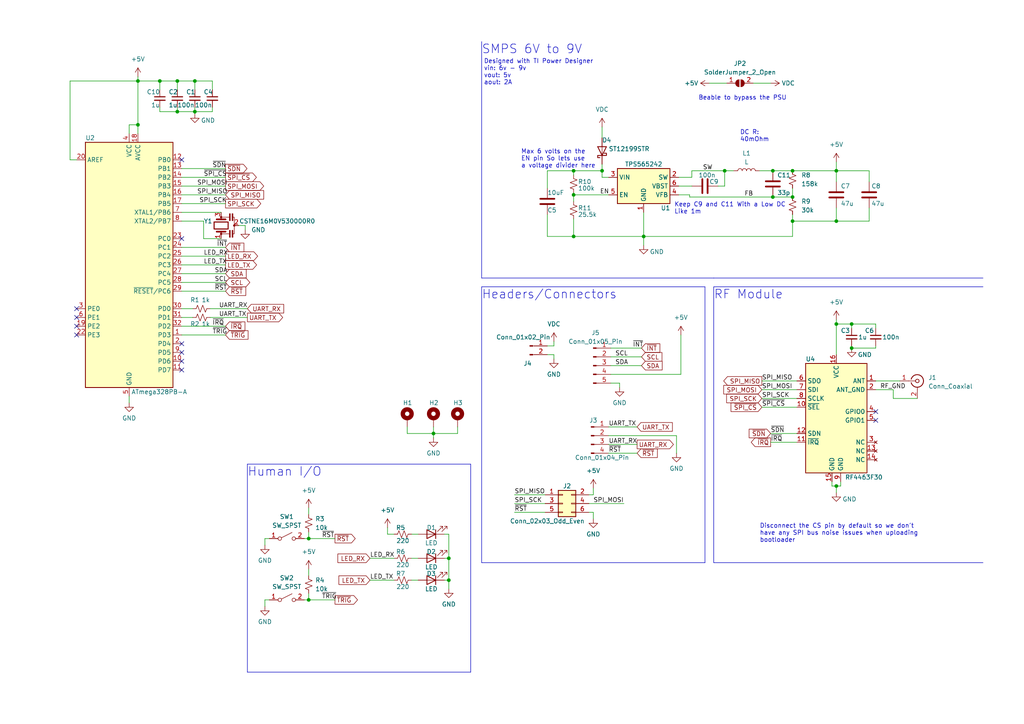
<source format=kicad_sch>
(kicad_sch (version 20230121) (generator eeschema)
  (paper "A4")
  (lib_symbols
    (symbol "+5V_1" (power) (pin_names (offset 0))
      (property "Value" "+5V_1" (at 0 3.556 0))
      (symbol "+5V_1_0_1"
        (polyline (pts (xy -0.762 1.27) (xy 0 2.54)))
        (polyline (pts (xy 0 0) (xy 0 2.54)))
        (polyline (pts (xy 0 2.54) (xy 0.762 1.27)))
      )
      (symbol "+5V_1_1_1"
        (pin power_in line (at 0 0 90) (length 0) hide (name "+5V") (number "1"))
      )
    )
    (symbol "Connector:Conn_01x02_Pin" (pin_names (offset 1.016) hide)
      (property "Reference" "J" (at 0 2.54 0))
      (property "Value" "Conn_01x02_Pin" (at 0 -5.08 0))
      (symbol "Conn_01x02_Pin_1_1"
        (polyline (pts (xy 1.27 -2.54) (xy 0.8636 -2.54)) (stroke (width 0.1524)))
        (polyline (pts (xy 1.27 0) (xy 0.8636 0)) (stroke (width 0.1524)))
        (rectangle (start 0.8636 -2.413) (end 0 -2.667) (stroke (width 0.1524)) (fill (type outline)))
        (rectangle (start 0.8636 0.127) (end 0 -0.127) (stroke (width 0.1524)) (fill (type outline)))
        (pin passive line (at 5.08 0 180) (length 3.81) (name "Pin_1") (number "1"))
        (pin passive line (at 5.08 -2.54 180) (length 3.81) (name "Pin_2") (number "2"))
      )
    )
    (symbol "Connector:Conn_01x04_Pin" (pin_names (offset 1.016) hide)
      (property "Reference" "J" (at 0 5.08 0))
      (property "Value" "Conn_01x04_Pin" (at 0 -7.62 0))
      (symbol "Conn_01x04_Pin_1_1"
        (polyline (pts (xy 1.27 -5.08) (xy 0.8636 -5.08)) (stroke (width 0.1524)))
        (polyline (pts (xy 1.27 -2.54) (xy 0.8636 -2.54)) (stroke (width 0.1524)))
        (polyline (pts (xy 1.27 0) (xy 0.8636 0)) (stroke (width 0.1524)))
        (polyline (pts (xy 1.27 2.54) (xy 0.8636 2.54)) (stroke (width 0.1524)))
        (rectangle (start 0.8636 -4.953) (end 0 -5.207) (stroke (width 0.1524)) (fill (type outline)))
        (rectangle (start 0.8636 -2.413) (end 0 -2.667) (stroke (width 0.1524)) (fill (type outline)))
        (rectangle (start 0.8636 0.127) (end 0 -0.127) (stroke (width 0.1524)) (fill (type outline)))
        (rectangle (start 0.8636 2.667) (end 0 2.413) (stroke (width 0.1524)) (fill (type outline)))
        (pin passive line (at 5.08 2.54 180) (length 3.81) (name "Pin_1") (number "1"))
        (pin passive line (at 5.08 0 180) (length 3.81) (name "Pin_2") (number "2"))
        (pin passive line (at 5.08 -2.54 180) (length 3.81) (name "Pin_3") (number "3"))
        (pin passive line (at 5.08 -5.08 180) (length 3.81) (name "Pin_4") (number "4"))
      )
    )
    (symbol "Connector:Conn_01x05_Pin" (pin_names (offset 1.016) hide)
      (property "Reference" "J" (at 0 7.62 0))
      (property "Value" "Conn_01x05_Pin" (at 0 -7.62 0))
      (symbol "Conn_01x05_Pin_1_1"
        (polyline (pts (xy 1.27 -5.08) (xy 0.8636 -5.08)) (stroke (width 0.1524)))
        (polyline (pts (xy 1.27 -2.54) (xy 0.8636 -2.54)) (stroke (width 0.1524)))
        (polyline (pts (xy 1.27 0) (xy 0.8636 0)) (stroke (width 0.1524)))
        (polyline (pts (xy 1.27 2.54) (xy 0.8636 2.54)) (stroke (width 0.1524)))
        (polyline (pts (xy 1.27 5.08) (xy 0.8636 5.08)) (stroke (width 0.1524)))
        (rectangle (start 0.8636 -4.953) (end 0 -5.207) (stroke (width 0.1524)) (fill (type outline)))
        (rectangle (start 0.8636 -2.413) (end 0 -2.667) (stroke (width 0.1524)) (fill (type outline)))
        (rectangle (start 0.8636 0.127) (end 0 -0.127) (stroke (width 0.1524)) (fill (type outline)))
        (rectangle (start 0.8636 2.667) (end 0 2.413) (stroke (width 0.1524)) (fill (type outline)))
        (rectangle (start 0.8636 5.207) (end 0 4.953) (stroke (width 0.1524)) (fill (type outline)))
        (pin passive line (at 5.08 5.08 180) (length 3.81) (name "Pin_1") (number "1"))
        (pin passive line (at 5.08 2.54 180) (length 3.81) (name "Pin_2") (number "2"))
        (pin passive line (at 5.08 0 180) (length 3.81) (name "Pin_3") (number "3"))
        (pin passive line (at 5.08 -2.54 180) (length 3.81) (name "Pin_4") (number "4"))
        (pin passive line (at 5.08 -5.08 180) (length 3.81) (name "Pin_5") (number "5"))
      )
    )
    (symbol "Connector:Conn_Coaxial" (pin_names (offset 1.016) hide)
      (property "Reference" "J" (at 0.254 3.048 0))
      (property "Value" "Conn_Coaxial" (at 2.921 0 90))
      (symbol "Conn_Coaxial_0_1"
        (arc (start -1.778 -0.508) (mid 0.2311 -1.8066) (end 1.778 0) (stroke (width 0.254)))
        (polyline (pts (xy -2.54 0) (xy -0.508 0)))
        (polyline (pts (xy 0 -2.54) (xy 0 -1.778)))
        (circle (center 0 0) (radius 0.508) (stroke (width 0.2032)))
        (arc (start 1.778 0) (mid 0.2099 1.8101) (end -1.778 0.508) (stroke (width 0.254)))
      )
      (symbol "Conn_Coaxial_1_1"
        (pin passive line (at -5.08 0 0) (length 2.54) (name "In") (number "1"))
        (pin passive line (at 0 -5.08 90) (length 2.54) (name "Ext") (number "2"))
      )
    )
    (symbol "Connector_Generic:Conn_02x03_Odd_Even" (pin_names (offset 1.016) hide)
      (property "Reference" "J" (at 1.27 5.08 0))
      (property "Value" "Conn_02x03_Odd_Even" (at 1.27 -5.08 0))
      (symbol "Conn_02x03_Odd_Even_1_1"
        (rectangle (start -1.27 -2.413) (end 0 -2.667) (stroke (width 0.1524)))
        (rectangle (start -1.27 0.127) (end 0 -0.127) (stroke (width 0.1524)))
        (rectangle (start -1.27 2.667) (end 0 2.413) (stroke (width 0.1524)))
        (rectangle (start -1.27 3.81) (end 3.81 -3.81) (stroke (width 0.254)) (fill (type background)))
        (rectangle (start 3.81 -2.413) (end 2.54 -2.667) (stroke (width 0.1524)))
        (rectangle (start 3.81 0.127) (end 2.54 -0.127) (stroke (width 0.1524)))
        (rectangle (start 3.81 2.667) (end 2.54 2.413) (stroke (width 0.1524)))
        (pin passive line (at -5.08 2.54 0) (length 3.81) (name "Pin_1") (number "1"))
        (pin passive line (at 7.62 2.54 180) (length 3.81) (name "Pin_2") (number "2"))
        (pin passive line (at -5.08 0 0) (length 3.81) (name "Pin_3") (number "3"))
        (pin passive line (at 7.62 0 180) (length 3.81) (name "Pin_4") (number "4"))
        (pin passive line (at -5.08 -2.54 0) (length 3.81) (name "Pin_5") (number "5"))
        (pin passive line (at 7.62 -2.54 180) (length 3.81) (name "Pin_6") (number "6"))
      )
    )
    (symbol "Device:C" (pin_numbers hide) (pin_names (offset 0.254))
      (property "Reference" "C" (at 0.635 2.54 0))
      (property "Value" "C" (at 0.635 -2.54 0))
      (symbol "C_0_1"
        (polyline (pts (xy -2.032 -0.762) (xy 2.032 -0.762)) (stroke (width 0.508)))
        (polyline (pts (xy -2.032 0.762) (xy 2.032 0.762)) (stroke (width 0.508)))
      )
      (symbol "C_1_1"
        (pin passive line (at 0 3.81 270) (length 2.794) (name "~") (number "1"))
        (pin passive line (at 0 -3.81 90) (length 2.794) (name "~") (number "2"))
      )
    )
    (symbol "Device:C_Small" (pin_numbers hide) (pin_names (offset 0.254) hide)
      (property "Reference" "C" (at 0.254 1.778 0))
      (property "Value" "C_Small" (at 0.254 -2.032 0))
      (symbol "C_Small_0_1"
        (polyline (pts (xy -1.524 -0.508) (xy 1.524 -0.508)) (stroke (width 0.3302)))
        (polyline (pts (xy -1.524 0.508) (xy 1.524 0.508)) (stroke (width 0.3048)))
      )
      (symbol "C_Small_1_1"
        (pin passive line (at 0 2.54 270) (length 2.032) (name "~") (number "1"))
        (pin passive line (at 0 -2.54 90) (length 2.032) (name "~") (number "2"))
      )
    )
    (symbol "Device:L" (pin_numbers hide) (pin_names (offset 1.016) hide)
      (property "Reference" "L" (at -1.27 0 90))
      (property "Value" "L" (at 1.905 0 90))
      (symbol "L_0_1"
        (arc (start 0 -2.54) (mid 0.6323 -1.905) (end 0 -1.27))
        (arc (start 0 -1.27) (mid 0.6323 -0.635) (end 0 0))
        (arc (start 0 0) (mid 0.6323 0.635) (end 0 1.27))
        (arc (start 0 1.27) (mid 0.6323 1.905) (end 0 2.54))
      )
      (symbol "L_1_1"
        (pin passive line (at 0 3.81 270) (length 1.27) (name "1") (number "1"))
        (pin passive line (at 0 -3.81 90) (length 1.27) (name "2") (number "2"))
      )
    )
    (symbol "Device:LED" (pin_numbers hide) (pin_names (offset 1.016) hide)
      (property "Reference" "D" (at 0 2.54 0))
      (property "Value" "LED" (at 0 -2.54 0))
      (symbol "LED_0_1"
        (polyline (pts (xy -1.27 -1.27) (xy -1.27 1.27)) (stroke (width 0.254)))
        (polyline (pts (xy -1.27 0) (xy 1.27 0)))
        (polyline (pts (xy 1.27 -1.27) (xy 1.27 1.27) (xy -1.27 0) (xy 1.27 -1.27)) (stroke (width 0.254)))
        (polyline (pts (xy -3.048 -0.762) (xy -4.572 -2.286) (xy -3.81 -2.286) (xy -4.572 -2.286) (xy -4.572 -1.524)))
        (polyline (pts (xy -1.778 -0.762) (xy -3.302 -2.286) (xy -2.54 -2.286) (xy -3.302 -2.286) (xy -3.302 -1.524)))
      )
      (symbol "LED_1_1"
        (pin passive line (at -3.81 0 0) (length 2.54) (name "K") (number "1"))
        (pin passive line (at 3.81 0 180) (length 2.54) (name "A") (number "2"))
      )
    )
    (symbol "Device:R_Small_US" (pin_numbers hide) (pin_names (offset 0.254) hide)
      (property "Reference" "R" (at 0.762 0.508 0))
      (property "Value" "R_Small_US" (at 0.762 -1.016 0))
      (symbol "R_Small_US_1_1"
        (polyline (pts (xy 0 0) (xy 1.016 -0.381) (xy 0 -0.762) (xy -1.016 -1.143) (xy 0 -1.524)))
        (polyline (pts (xy 0 1.524) (xy 1.016 1.143) (xy 0 0.762) (xy -1.016 0.381) (xy 0 0)))
        (pin passive line (at 0 2.54 270) (length 1.016) (name "~") (number "1"))
        (pin passive line (at 0 -2.54 90) (length 1.016) (name "~") (number "2"))
      )
    )
    (symbol "Device:Resonator" (pin_names (offset 1.016) hide)
      (property "Reference" "Y" (at 0 5.715 0))
      (property "Value" "Resonator" (at 0 3.81 0))
      (symbol "Resonator_0_1"
        (rectangle (start -3.429 -3.175) (end -1.397 -3.429) (fill (type outline)))
        (rectangle (start -3.429 -2.413) (end -1.397 -2.667) (fill (type outline)))
        (circle (center -2.413 0) (radius 0.254) (fill (type outline)))
        (rectangle (start -1.016 2.032) (end 1.016 -2.032) (stroke (width 0.3048)))
        (circle (center 0 -3.81) (radius 0.254) (fill (type outline)))
        (polyline (pts (xy -2.413 -2.413) (xy -2.413 0)))
        (polyline (pts (xy -1.905 0) (xy -3.175 0)))
        (polyline (pts (xy -1.778 -1.27) (xy -1.778 1.27)) (stroke (width 0.508)))
        (polyline (pts (xy 1.778 -1.27) (xy 1.778 1.27)) (stroke (width 0.508)))
        (polyline (pts (xy 1.905 0) (xy 2.54 0)))
        (polyline (pts (xy 2.413 0) (xy 2.413 -2.54)))
        (polyline (pts (xy 2.413 -3.302) (xy 2.413 -3.81) (xy -2.413 -3.81) (xy -2.413 -3.302)))
        (rectangle (start 1.397 -3.175) (end 3.429 -3.429) (fill (type outline)))
        (rectangle (start 1.397 -2.413) (end 3.429 -2.667) (fill (type outline)))
        (circle (center 2.413 0) (radius 0.254) (fill (type outline)))
      )
      (symbol "Resonator_1_1"
        (pin passive line (at -3.81 0 0) (length 1.27) (name "1") (number "1"))
        (pin passive line (at 0 -5.08 90) (length 1.27) (name "2") (number "2"))
        (pin passive line (at 3.81 0 180) (length 1.27) (name "3") (number "3"))
      )
    )
    (symbol "GND_1" (power) (pin_names (offset 0))
      (property "Value" "GND_1" (at 0 -3.81 0))
      (symbol "GND_1_0_1"
        (polyline (pts (xy 0 0) (xy 0 -1.27) (xy 1.27 -1.27) (xy 0 -2.54) (xy -1.27 -1.27) (xy 0 -1.27)))
      )
      (symbol "GND_1_1_1"
        (pin power_in line (at 0 0 270) (length 0) hide (name "GND") (number "1"))
      )
    )
    (symbol "Jumper:SolderJumper_2_Open" (pin_names (offset 0) hide)
      (property "Reference" "JP" (at 0 2.032 0))
      (property "Value" "SolderJumper_2_Open" (at 0 -2.54 0))
      (symbol "SolderJumper_2_Open_0_1"
        (arc (start -0.254 1.016) (mid -1.2656 0) (end -0.254 -1.016))
        (arc (start -0.254 1.016) (mid -1.2656 0) (end -0.254 -1.016) (fill (type outline)))
        (polyline (pts (xy -0.254 1.016) (xy -0.254 -1.016)))
        (polyline (pts (xy 0.254 1.016) (xy 0.254 -1.016)))
        (arc (start 0.254 -1.016) (mid 1.2656 0) (end 0.254 1.016))
        (arc (start 0.254 -1.016) (mid 1.2656 0) (end 0.254 1.016) (fill (type outline)))
      )
      (symbol "SolderJumper_2_Open_1_1"
        (pin passive line (at -3.81 0 0) (length 2.54) (name "A") (number "1"))
        (pin passive line (at 3.81 0 180) (length 2.54) (name "B") (number "2"))
      )
    )
    (symbol "Kevin_Lutzer_Lbr:RF4463f30"
      (property "Reference" "U1" (at -8.89 17.78 0))
      (property "Value" "RF4463F30" (at 2.54 -16.51 0))
      (symbol "RF4463f30_0_1"
        (rectangle (start -8.89 3.81) (end -8.89 3.81))
        (rectangle (start -8.89 3.81) (end -8.89 3.81))
        (rectangle (start -8.89 3.81) (end -8.89 3.81))
        (rectangle (start -8.89 3.81) (end -8.89 3.81))
        (rectangle (start -8.89 3.81) (end -8.89 3.81))
        (rectangle (start -8.89 3.81) (end -8.89 3.81))
        (rectangle (start -8.89 16.51) (end -8.89 16.51))
        (rectangle (start -8.89 16.51) (end -8.89 16.51))
        (arc (start -8.89 16.51) (mid -8.89 16.51) (end -8.89 16.51))
        (arc (start -8.89 16.51) (mid -8.89 16.51) (end -8.89 16.51))
        (rectangle (start -8.89 16.51) (end 8.89 -15.24) (stroke (width 0.254)) (fill (type background)))
      )
      (symbol "RF4463f30_1_1"
        (pin output line (at 11.43 11.43 180) (length 2.54) (name "ANT") (number "1"))
        (pin output line (at -11.43 3.81 0) (length 2.54) (name "~{SEL}") (number "10"))
        (pin output line (at -11.43 -6.35 0) (length 2.54) (name "~{IRQ}") (number "11"))
        (pin input line (at -11.43 -3.81 0) (length 2.54) (name "SDN") (number "12"))
        (pin no_connect line (at 11.43 -8.89 180) (length 2.54) (name "NC") (number "13"))
        (pin no_connect line (at 11.43 -11.43 180) (length 2.54) (name "NC") (number "14"))
        (pin power_in line (at -1.27 -17.78 90) (length 2.54) (name "GND") (number "15"))
        (pin power_in line (at 0 19.05 270) (length 2.54) (name "VCC") (number "16"))
        (pin output line (at 11.43 8.89 180) (length 2.54) (name "ANT_GND") (number "2"))
        (pin no_connect line (at 11.43 -6.35 180) (length 2.54) (name "NC") (number "3"))
        (pin output line (at 11.43 2.54 180) (length 2.54) (name "GPIO0") (number "4"))
        (pin output line (at 11.43 0 180) (length 2.54) (name "GPIO1") (number "5"))
        (pin output line (at -11.43 11.43 0) (length 2.54) (name "SDO") (number "6"))
        (pin input line (at -11.43 8.89 0) (length 2.54) (name "SDI") (number "7"))
        (pin input line (at -11.43 6.35 0) (length 2.54) (name "SCLK") (number "8"))
        (pin power_in line (at 1.27 -17.78 90) (length 2.54) (name "GND") (number "9"))
      )
    )
    (symbol "Kevin_Lutzer_Lbr:ST12199STR" (pin_numbers hide) (pin_names (offset 1.016) hide)
      (property "Reference" "D" (at 0 2.54 0))
      (property "Value" "ST12199STR" (at 0 -2.54 0))
      (symbol "ST12199STR_0_1"
        (polyline (pts (xy 1.27 0) (xy -1.27 0)))
        (polyline (pts (xy 1.27 1.27) (xy 1.27 -1.27) (xy -1.27 0) (xy 1.27 1.27)) (stroke (width 0.254)))
        (polyline (pts (xy -1.905 0.635) (xy -1.905 1.27) (xy -1.27 1.27) (xy -1.27 -1.27) (xy -0.635 -1.27) (xy -0.635 -0.635)) (stroke (width 0.254)))
      )
      (symbol "ST12199STR_1_1"
        (pin passive line (at -3.81 0 0) (length 2.54) (name "K") (number "1"))
        (pin passive line (at 3.81 0 180) (length 2.54) (name "A") (number "2"))
      )
    )
    (symbol "Kevin_Lutzer_Lbr:TPS565242"
      (property "Reference" "U" (at -7.62 6.35 0))
      (property "Value" "TPS565242" (at -2.54 6.35 0))
      (symbol "TPS565242_0_1"
        (rectangle (start -7.62 5.08) (end 7.62 -5.08) (stroke (width 0.254)) (fill (type background)))
      )
      (symbol "TPS565242_1_1"
        (pin power_in line (at 0 -7.62 90) (length 2.54) (name "GND") (number "1"))
        (pin output line (at 10.16 2.54 180) (length 2.54) (name "SW") (number "2"))
        (pin power_in line (at -10.16 2.54 0) (length 2.54) (name "VIN") (number "3"))
        (pin input line (at 10.16 -2.54 180) (length 2.54) (name "VFB") (number "4"))
        (pin input line (at -10.16 -2.54 0) (length 2.54) (name "EN") (number "5"))
        (pin passive line (at 10.16 0 180) (length 2.54) (name "VBST") (number "6"))
      )
    )
    (symbol "MCU_Microchip_ATmega:ATmega328PB-A"
      (property "Reference" "U" (at -12.7 36.83 0))
      (property "Value" "ATmega328PB-A" (at 2.54 -36.83 0))
      (symbol "ATmega328PB-A_0_1"
        (rectangle (start -12.7 -35.56) (end 12.7 35.56) (stroke (width 0.254)) (fill (type background)))
      )
      (symbol "ATmega328PB-A_1_1"
        (pin bidirectional line (at 15.24 -20.32 180) (length 2.54) (name "PD3") (number "1"))
        (pin bidirectional line (at 15.24 -27.94 180) (length 2.54) (name "PD6") (number "10"))
        (pin bidirectional line (at 15.24 -30.48 180) (length 2.54) (name "PD7") (number "11"))
        (pin bidirectional line (at 15.24 30.48 180) (length 2.54) (name "PB0") (number "12"))
        (pin bidirectional line (at 15.24 27.94 180) (length 2.54) (name "PB1") (number "13"))
        (pin bidirectional line (at 15.24 25.4 180) (length 2.54) (name "PB2") (number "14"))
        (pin bidirectional line (at 15.24 22.86 180) (length 2.54) (name "PB3") (number "15"))
        (pin bidirectional line (at 15.24 20.32 180) (length 2.54) (name "PB4") (number "16"))
        (pin bidirectional line (at 15.24 17.78 180) (length 2.54) (name "PB5") (number "17"))
        (pin power_in line (at 2.54 38.1 270) (length 2.54) (name "AVCC") (number "18"))
        (pin bidirectional line (at -15.24 -17.78 0) (length 2.54) (name "PE2") (number "19"))
        (pin bidirectional line (at 15.24 -22.86 180) (length 2.54) (name "PD4") (number "2"))
        (pin passive line (at -15.24 30.48 0) (length 2.54) (name "AREF") (number "20"))
        (pin passive line (at 0 -38.1 90) (length 2.54) hide (name "GND") (number "21"))
        (pin bidirectional line (at -15.24 -20.32 0) (length 2.54) (name "PE3") (number "22"))
        (pin bidirectional line (at 15.24 7.62 180) (length 2.54) (name "PC0") (number "23"))
        (pin bidirectional line (at 15.24 5.08 180) (length 2.54) (name "PC1") (number "24"))
        (pin bidirectional line (at 15.24 2.54 180) (length 2.54) (name "PC2") (number "25"))
        (pin bidirectional line (at 15.24 0 180) (length 2.54) (name "PC3") (number "26"))
        (pin bidirectional line (at 15.24 -2.54 180) (length 2.54) (name "PC4") (number "27"))
        (pin bidirectional line (at 15.24 -5.08 180) (length 2.54) (name "PC5") (number "28"))
        (pin bidirectional line (at 15.24 -7.62 180) (length 2.54) (name "~{RESET}/PC6") (number "29"))
        (pin bidirectional line (at -15.24 -12.7 0) (length 2.54) (name "PE0") (number "3"))
        (pin bidirectional line (at 15.24 -12.7 180) (length 2.54) (name "PD0") (number "30"))
        (pin bidirectional line (at 15.24 -15.24 180) (length 2.54) (name "PD1") (number "31"))
        (pin bidirectional line (at 15.24 -17.78 180) (length 2.54) (name "PD2") (number "32"))
        (pin power_in line (at 0 38.1 270) (length 2.54) (name "VCC") (number "4"))
        (pin power_in line (at 0 -38.1 90) (length 2.54) (name "GND") (number "5"))
        (pin bidirectional line (at -15.24 -15.24 0) (length 2.54) (name "PE1") (number "6"))
        (pin bidirectional line (at 15.24 15.24 180) (length 2.54) (name "XTAL1/PB6") (number "7"))
        (pin bidirectional line (at 15.24 12.7 180) (length 2.54) (name "XTAL2/PB7") (number "8"))
        (pin bidirectional line (at 15.24 -25.4 180) (length 2.54) (name "PD5") (number "9"))
      )
    )
    (symbol "Mechanical:MountingHole_Pad" (pin_numbers hide) (pin_names (offset 1.016) hide)
      (property "Reference" "H" (at 0 6.35 0))
      (property "Value" "MountingHole_Pad" (at 0 4.445 0))
      (symbol "MountingHole_Pad_0_1"
        (circle (center 0 1.27) (radius 1.27) (stroke (width 1.27)))
      )
      (symbol "MountingHole_Pad_1_1"
        (pin input line (at 0 -2.54 90) (length 2.54) (name "1") (number "1"))
      )
    )
    (symbol "Switch:SW_SPST" (pin_names (offset 0) hide)
      (property "Reference" "SW" (at 0 3.175 0))
      (property "Value" "SW_SPST" (at 0 -2.54 0))
      (symbol "SW_SPST_0_0"
        (circle (center -2.032 0) (radius 0.508))
        (polyline (pts (xy -1.524 0.254) (xy 1.524 1.778)))
        (circle (center 2.032 0) (radius 0.508))
      )
      (symbol "SW_SPST_1_1"
        (pin passive line (at -5.08 0 0) (length 2.54) (name "A") (number "1"))
        (pin passive line (at 5.08 0 180) (length 2.54) (name "B") (number "2"))
      )
    )
    (symbol "VDC_1" (power) (pin_names (offset 0))
      (property "Value" "VDC_1" (at 0 6.35 0))
      (symbol "VDC_1_0_1"
        (polyline (pts (xy -0.762 1.27) (xy 0 2.54)))
        (polyline (pts (xy 0 0) (xy 0 2.54)))
        (polyline (pts (xy 0 2.54) (xy 0.762 1.27)))
      )
      (symbol "VDC_1_1_1"
        (pin power_in line (at 0 0 90) (length 0) hide (name "VDC") (number "1"))
      )
    )
  )
  (junction (at 56.515 23.495))
  (junction (at 242.57 140.97))
  (junction (at 130.175 161.925))
  (junction (at 247.015 100.965))
  (junction (at 51.435 23.495))
  (junction (at 229.87 49.53))
  (junction (at 242.57 49.53))
  (junction (at 166.37 49.53))
  (junction (at 89.535 156.21))
  (junction (at 229.87 57.15))
  (junction (at 247.015 93.98))
  (junction (at 242.57 64.135))
  (junction (at 224.155 49.53))
  (junction (at 166.37 56.515))
  (junction (at 56.515 32.385))
  (junction (at 46.355 23.495))
  (junction (at 89.535 173.99))
  (junction (at 229.87 64.135))
  (junction (at 186.69 68.58))
  (junction (at 166.37 68.58))
  (junction (at 40.005 36.195))
  (junction (at 210.185 49.53))
  (junction (at 51.435 32.385))
  (junction (at 174.625 49.53))
  (junction (at 125.73 125.73))
  (junction (at 242.57 93.98))
  (junction (at 224.155 57.15))
  (junction (at 40.005 23.495))
  (junction (at 130.175 168.275))
  (no_connect (at 52.705 99.695))
  (no_connect (at 254 121.92))
  (no_connect (at 254 119.38))
  (no_connect (at 22.225 94.615))
  (no_connect (at 22.225 89.535))
  (no_connect (at 22.225 92.075))
  (no_connect (at 52.705 104.775))
  (no_connect (at 52.705 107.315))
  (no_connect (at 52.705 102.235))
  (no_connect (at 52.705 46.355))
  (no_connect (at 22.225 97.155))
  (no_connect (at 52.705 69.215))
  (wire (pts (xy 130.175 168.275) (xy 130.175 170.815)))
  (wire (pts (xy 200.66 49.53) (xy 210.185 49.53)))
  (wire (pts (xy 177.165 103.505) (xy 186.055 103.505)))
  (wire (pts (xy 46.355 26.035) (xy 46.355 23.495)))
  (wire (pts (xy 174.625 49.53) (xy 174.625 51.435)))
  (wire (pts (xy 52.705 51.435) (xy 65.405 51.435)))
  (polyline (pts (xy 285.115 83.185) (xy 207.01 83.185)))
  (wire (pts (xy 200.025 56.515) (xy 196.85 56.515)))
  (wire (pts (xy 179.705 111.125) (xy 179.705 112.395)))
  (polyline (pts (xy 207.01 80.645) (xy 139.7 80.645)))
  (wire (pts (xy 170.815 146.05) (xy 180.975 146.05)))
  (wire (pts (xy 88.265 173.99) (xy 89.535 173.99)))
  (wire (pts (xy 259.08 115.57) (xy 266.065 115.57)))
  (wire (pts (xy 128.905 168.275) (xy 130.175 168.275)))
  (wire (pts (xy 176.53 131.445) (xy 184.785 131.445)))
  (polyline (pts (xy 207.01 80.645) (xy 285.115 80.645)))
  (wire (pts (xy 158.75 54.61) (xy 158.75 49.53)))
  (wire (pts (xy 114.3 154.94) (xy 112.395 154.94)))
  (wire (pts (xy 242.57 93.98) (xy 242.57 102.87)))
  (wire (pts (xy 51.435 23.495) (xy 51.435 26.035)))
  (wire (pts (xy 52.705 92.075) (xy 55.88 92.075)))
  (wire (pts (xy 247.015 100.965) (xy 247.015 101.6)))
  (wire (pts (xy 52.705 89.535) (xy 55.88 89.535)))
  (wire (pts (xy 125.73 123.825) (xy 125.73 125.73)))
  (wire (pts (xy 254 100.965) (xy 254 100.33)))
  (wire (pts (xy 61.595 32.385) (xy 61.595 31.115)))
  (wire (pts (xy 60.96 92.075) (xy 71.755 92.075)))
  (wire (pts (xy 254 93.98) (xy 254 95.25)))
  (wire (pts (xy 229.87 64.135) (xy 242.57 64.135)))
  (wire (pts (xy 172.085 143.51) (xy 172.085 141.605)))
  (wire (pts (xy 20.32 23.495) (xy 40.005 23.495)))
  (wire (pts (xy 89.535 165.1) (xy 89.535 167.005)))
  (wire (pts (xy 46.355 31.115) (xy 46.355 32.385)))
  (wire (pts (xy 60.96 89.535) (xy 71.755 89.535)))
  (polyline (pts (xy 207.01 83.185) (xy 207.01 163.195)))
  (wire (pts (xy 200.025 57.15) (xy 200.025 56.515)))
  (wire (pts (xy 52.705 59.055) (xy 65.405 59.055)))
  (wire (pts (xy 186.69 68.58) (xy 186.69 71.12)))
  (polyline (pts (xy 207.01 163.195) (xy 285.115 163.195)))
  (wire (pts (xy 177.165 100.965) (xy 186.055 100.965)))
  (wire (pts (xy 170.815 143.51) (xy 172.085 143.51)))
  (wire (pts (xy 37.465 38.735) (xy 37.465 36.195)))
  (wire (pts (xy 118.11 123.825) (xy 118.11 125.73)))
  (wire (pts (xy 186.69 61.595) (xy 186.69 68.58)))
  (wire (pts (xy 166.37 63.5) (xy 166.37 68.58)))
  (wire (pts (xy 252.095 49.53) (xy 252.095 52.705)))
  (wire (pts (xy 59.055 69.215) (xy 64.135 69.215)))
  (wire (pts (xy 247.015 100.33) (xy 247.015 100.965)))
  (wire (pts (xy 89.535 156.21) (xy 89.535 154.305)))
  (wire (pts (xy 46.355 32.385) (xy 51.435 32.385)))
  (wire (pts (xy 160.655 100.33) (xy 160.655 99.06)))
  (wire (pts (xy 205.74 24.13) (xy 210.82 24.13)))
  (wire (pts (xy 78.105 156.21) (xy 76.835 156.21)))
  (wire (pts (xy 242.57 46.99) (xy 242.57 49.53)))
  (wire (pts (xy 52.705 61.595) (xy 64.135 61.595)))
  (wire (pts (xy 37.465 114.935) (xy 37.465 116.84)))
  (wire (pts (xy 149.225 146.05) (xy 158.115 146.05)))
  (wire (pts (xy 51.435 23.495) (xy 56.515 23.495)))
  (polyline (pts (xy 204.47 163.195) (xy 204.47 83.185)))
  (wire (pts (xy 158.75 100.33) (xy 160.655 100.33)))
  (wire (pts (xy 242.57 92.71) (xy 242.57 93.98)))
  (wire (pts (xy 242.57 93.98) (xy 247.015 93.98)))
  (wire (pts (xy 166.37 50.8) (xy 166.37 49.53)))
  (wire (pts (xy 52.705 97.155) (xy 65.405 97.155)))
  (wire (pts (xy 125.73 125.73) (xy 125.73 127)))
  (wire (pts (xy 210.185 53.975) (xy 208.28 53.975)))
  (wire (pts (xy 149.225 143.51) (xy 158.115 143.51)))
  (wire (pts (xy 247.015 93.98) (xy 247.015 95.25)))
  (wire (pts (xy 166.37 49.53) (xy 174.625 49.53)))
  (wire (pts (xy 112.395 154.94) (xy 112.395 153.035)))
  (wire (pts (xy 241.3 140.97) (xy 242.57 140.97)))
  (wire (pts (xy 172.085 148.59) (xy 172.085 150.495)))
  (wire (pts (xy 224.155 49.53) (xy 229.87 49.53)))
  (wire (pts (xy 40.005 22.225) (xy 40.005 23.495)))
  (polyline (pts (xy 71.755 134.62) (xy 136.525 134.62)))
  (wire (pts (xy 247.015 93.98) (xy 254 93.98)))
  (wire (pts (xy 118.11 125.73) (xy 125.73 125.73)))
  (wire (pts (xy 37.465 36.195) (xy 40.005 36.195)))
  (polyline (pts (xy 139.7 163.195) (xy 139.7 83.185)))
  (wire (pts (xy 107.315 168.275) (xy 114.3 168.275)))
  (wire (pts (xy 229.87 68.58) (xy 229.87 64.135)))
  (wire (pts (xy 56.515 32.385) (xy 56.515 33.02)))
  (wire (pts (xy 243.84 139.7) (xy 243.84 140.97)))
  (wire (pts (xy 170.815 148.59) (xy 172.085 148.59)))
  (wire (pts (xy 128.905 154.94) (xy 130.175 154.94)))
  (wire (pts (xy 20.32 23.495) (xy 20.32 46.355)))
  (wire (pts (xy 69.215 65.405) (xy 71.12 65.405)))
  (wire (pts (xy 196.85 53.975) (xy 200.66 53.975)))
  (wire (pts (xy 52.705 84.455) (xy 65.405 84.455)))
  (wire (pts (xy 52.705 74.295) (xy 65.405 74.295)))
  (wire (pts (xy 119.38 161.925) (xy 121.285 161.925)))
  (wire (pts (xy 52.705 48.895) (xy 65.405 48.895)))
  (wire (pts (xy 220.98 115.57) (xy 231.14 115.57)))
  (wire (pts (xy 242.57 140.97) (xy 242.57 142.875)))
  (wire (pts (xy 197.485 108.585) (xy 197.485 97.155)))
  (wire (pts (xy 52.705 76.835) (xy 65.405 76.835)))
  (wire (pts (xy 242.57 60.325) (xy 242.57 64.135)))
  (polyline (pts (xy 204.47 163.195) (xy 139.7 163.195)))
  (wire (pts (xy 174.625 47.625) (xy 174.625 49.53)))
  (wire (pts (xy 130.175 154.94) (xy 130.175 161.925)))
  (wire (pts (xy 160.655 102.87) (xy 160.655 104.14)))
  (wire (pts (xy 220.345 49.53) (xy 224.155 49.53)))
  (wire (pts (xy 76.835 156.21) (xy 76.835 158.115)))
  (wire (pts (xy 176.53 123.825) (xy 184.785 123.825)))
  (wire (pts (xy 212.725 49.53) (xy 210.185 49.53)))
  (wire (pts (xy 186.69 68.58) (xy 229.87 68.58)))
  (wire (pts (xy 71.12 65.405) (xy 71.12 66.675)))
  (wire (pts (xy 52.705 56.515) (xy 65.405 56.515)))
  (wire (pts (xy 259.08 113.03) (xy 259.08 115.57)))
  (wire (pts (xy 242.57 49.53) (xy 242.57 52.705)))
  (wire (pts (xy 242.57 140.97) (xy 243.84 140.97)))
  (wire (pts (xy 176.53 126.365) (xy 196.215 126.365)))
  (polyline (pts (xy 136.525 194.945) (xy 71.755 194.945)))
  (wire (pts (xy 76.835 173.99) (xy 76.835 175.895)))
  (wire (pts (xy 56.515 32.385) (xy 61.595 32.385)))
  (wire (pts (xy 52.705 64.135) (xy 59.055 64.135)))
  (wire (pts (xy 229.87 49.53) (xy 242.57 49.53)))
  (wire (pts (xy 40.005 38.735) (xy 40.005 36.195)))
  (wire (pts (xy 166.37 56.515) (xy 176.53 56.515)))
  (wire (pts (xy 89.535 173.99) (xy 89.535 172.085)))
  (wire (pts (xy 158.75 62.23) (xy 158.75 68.58)))
  (wire (pts (xy 200.025 57.15) (xy 224.155 57.15)))
  (wire (pts (xy 166.37 68.58) (xy 186.69 68.58)))
  (wire (pts (xy 210.185 53.975) (xy 210.185 49.53)))
  (wire (pts (xy 220.98 118.11) (xy 231.14 118.11)))
  (wire (pts (xy 252.095 60.325) (xy 252.095 64.135)))
  (wire (pts (xy 196.85 51.435) (xy 200.66 51.435)))
  (wire (pts (xy 52.705 71.755) (xy 65.405 71.755)))
  (wire (pts (xy 22.225 46.355) (xy 20.32 46.355)))
  (wire (pts (xy 158.75 102.87) (xy 160.655 102.87)))
  (wire (pts (xy 56.515 23.495) (xy 56.515 26.035)))
  (wire (pts (xy 242.57 49.53) (xy 252.095 49.53)))
  (wire (pts (xy 51.435 32.385) (xy 56.515 32.385)))
  (wire (pts (xy 130.175 161.925) (xy 130.175 168.275)))
  (wire (pts (xy 177.165 108.585) (xy 197.485 108.585)))
  (polyline (pts (xy 139.7 12.065) (xy 139.7 80.645)))
  (wire (pts (xy 52.705 94.615) (xy 65.405 94.615)))
  (wire (pts (xy 119.38 154.94) (xy 121.285 154.94)))
  (wire (pts (xy 220.98 110.49) (xy 231.14 110.49)))
  (wire (pts (xy 56.515 31.115) (xy 56.515 32.385)))
  (wire (pts (xy 223.52 128.27) (xy 231.14 128.27)))
  (wire (pts (xy 229.87 64.135) (xy 229.87 62.23)))
  (wire (pts (xy 177.165 111.125) (xy 179.705 111.125)))
  (wire (pts (xy 176.53 51.435) (xy 174.625 51.435)))
  (polyline (pts (xy 136.525 134.62) (xy 136.525 194.945)))
  (wire (pts (xy 242.57 64.135) (xy 252.095 64.135)))
  (wire (pts (xy 46.355 23.495) (xy 51.435 23.495)))
  (wire (pts (xy 51.435 31.115) (xy 51.435 32.385)))
  (wire (pts (xy 125.73 125.73) (xy 132.715 125.73)))
  (wire (pts (xy 107.315 161.925) (xy 114.3 161.925)))
  (wire (pts (xy 89.535 173.99) (xy 97.155 173.99)))
  (wire (pts (xy 119.38 168.275) (xy 121.285 168.275)))
  (wire (pts (xy 218.44 24.13) (xy 223.52 24.13)))
  (wire (pts (xy 158.75 49.53) (xy 166.37 49.53)))
  (polyline (pts (xy 71.755 134.62) (xy 71.755 194.945)))
  (wire (pts (xy 158.75 68.58) (xy 166.37 68.58)))
  (wire (pts (xy 52.705 53.975) (xy 65.405 53.975)))
  (wire (pts (xy 59.055 64.135) (xy 59.055 69.215)))
  (wire (pts (xy 78.105 173.99) (xy 76.835 173.99)))
  (wire (pts (xy 223.52 125.73) (xy 231.14 125.73)))
  (wire (pts (xy 52.705 81.915) (xy 65.405 81.915)))
  (wire (pts (xy 254 110.49) (xy 260.985 110.49)))
  (wire (pts (xy 177.165 106.045) (xy 186.055 106.045)))
  (wire (pts (xy 176.53 128.905) (xy 184.785 128.905)))
  (polyline (pts (xy 139.7 83.185) (xy 204.47 83.185)))
  (wire (pts (xy 166.37 55.88) (xy 166.37 56.515)))
  (wire (pts (xy 174.625 36.83) (xy 174.625 40.005)))
  (wire (pts (xy 200.66 51.435) (xy 200.66 49.53)))
  (wire (pts (xy 224.155 57.15) (xy 229.87 57.15)))
  (wire (pts (xy 128.905 161.925) (xy 130.175 161.925)))
  (wire (pts (xy 89.535 156.21) (xy 97.155 156.21)))
  (wire (pts (xy 241.3 139.7) (xy 241.3 140.97)))
  (wire (pts (xy 40.005 36.195) (xy 40.005 23.495)))
  (wire (pts (xy 132.715 125.73) (xy 132.715 123.825)))
  (wire (pts (xy 149.225 148.59) (xy 158.115 148.59)))
  (wire (pts (xy 52.705 79.375) (xy 65.405 79.375)))
  (wire (pts (xy 166.37 56.515) (xy 166.37 58.42)))
  (wire (pts (xy 88.265 156.21) (xy 89.535 156.21)))
  (wire (pts (xy 56.515 23.495) (xy 61.595 23.495)))
  (wire (pts (xy 247.015 100.965) (xy 254 100.965)))
  (wire (pts (xy 229.87 54.61) (xy 229.87 57.15)))
  (wire (pts (xy 61.595 23.495) (xy 61.595 26.035)))
  (wire (pts (xy 220.98 113.03) (xy 231.14 113.03)))
  (wire (pts (xy 196.215 126.365) (xy 196.215 131.445)))
  (wire (pts (xy 254 113.03) (xy 259.08 113.03)))
  (wire (pts (xy 40.005 23.495) (xy 46.355 23.495)))
  (wire (pts (xy 89.535 147.32) (xy 89.535 149.225)))
  (text "Headers/Connectors" (at 139.7 86.995 0) (effects (font (size 2.54 2.54)) (justify left bottom)))
  (text "Human I/O" (at 71.755 138.43 0) (effects (font (size 2.54 2.54)) (justify left bottom)))
  (text "DC R:\n40mOhm " (at 214.63 41.275 0) (effects (font (size 1.27 1.27)) (justify left bottom)))
  (text "SMPS 6V to 9V" (at 139.7 15.875 0) (effects (font (size 2.54 2.54)) (justify left bottom)))
  (text "Max 6 volts on the\nEN pin So lets use \na voltage divider here" (at 151.13 48.895 0) (effects (font (size 1.27 1.27)) (justify left bottom)))
  (text "Keep C9 and C11 With a Low DC\nLike 1m" (at 195.58 62.23 0) (effects (font (size 1.27 1.27)) (justify left bottom)))
  (text "Designed with TI Power Designer\nvin: 6v - 9v\nvout: 5v\naout: 2A" (at 140.335 24.765 0) (effects (font (size 1.27 1.27)) (justify left bottom)))
  (text "RF Module" (at 207.01 86.995 0) (effects (font (size 2.54 2.54)) (justify left bottom)))
  (text "Disconnect the CS pin by default so we don't \nhave any SPI bus noise issues when uploading\nbootloader" (at 220.345 157.48 0) (effects (font (size 1.27 1.27)) (justify left bottom)))
  (text "Beable to bypass the PSU" (at 202.565 29.21 0) (effects (font (size 1.27 1.27)) (justify left bottom)))
  (label "~{RST}" (at 93.345 156.21 0))
  (label "LED_RX" (at 107.315 161.925 0))
  (label "SPI_MOSI" (at 57.15 53.975 0))
  (label "SPI_SCK" (at 220.98 115.57 0))
  (label "~{SDN}" (at 61.595 48.895 0))
  (label "SCL" (at 178.435 103.505 0))
  (label "~{RST}" (at 149.225 148.59 0))
  (label "LED_TX" (at 59.055 76.835 0))
  (label "~{TRIG}" (at 61.595 97.155 0))
  (label "SPI_MISO" (at 57.15 56.515 0))
  (label "LED_RX" (at 59.055 74.295 0))
  (label "~{SPI_CS}" (at 220.98 118.11 0))
  (label "~{TRIG}" (at 93.345 173.99 0))
  (label "UART_RX" (at 176.53 128.905 0))
  (label "SW" (at 203.835 49.53 0))
  (label "FB" (at 215.9 57.15 0))
  (label "~{IRQ}" (at 223.52 128.27 0))
  (label "SDA" (at 178.435 106.045 0))
  (label "SCL" (at 62.23 81.915 0))
  (label "SPI_SCK" (at 57.785 59.055 0))
  (label "SPI_MISO" (at 220.98 110.49 0))
  (label "~{RST}" (at 176.53 131.445 0))
  (label "UART_RX" (at 63.5 89.535 0))
  (label "~{SPI_CS}" (at 59.055 51.435 0))
  (label "UART_TX" (at 176.53 123.825 0))
  (label "SDA" (at 62.23 79.375 0))
  (label "~{RST}" (at 62.23 84.455 0))
  (label "UART_TX" (at 63.5 92.075 0))
  (label "~{INT}" (at 183.515 100.965 0))
  (label "LED_TX" (at 107.315 168.275 0))
  (label "SPI_MOSI" (at 172.085 146.05 0))
  (label "~{INT}" (at 62.865 71.755 0))
  (label "SPI_SCK" (at 149.225 146.05 0))
  (label "~{SDN}" (at 223.52 125.73 0))
  (label "EN" (at 173.99 56.515 0))
  (label "~{IRQ}" (at 61.595 94.615 0))
  (label "SPI_MOSI" (at 220.98 113.03 0))
  (label "RF_GND" (at 255.27 113.03 0))
  (label "SPI_MISO" (at 149.225 143.51 0))
  (global_label "LED_RX" (shape input) (at 107.315 161.925 180) (property "Intersheetrefs" "${INTERSHEET_REFS}" (effects hide)))
  (global_label "SPI_MOSI" (shape input) (at 220.98 113.03 180) (property "Intersheetrefs" "${INTERSHEET_REFS}" (effects hide)))
  (global_label "SPI_SCK" (shape output) (at 65.405 59.055 0) (property "Intersheetrefs" "${INTERSHEET_REFS}" (effects hide)))
  (global_label "LED_RX" (shape output) (at 65.405 74.295 0) (property "Intersheetrefs" "${INTERSHEET_REFS}" (effects hide)))
  (global_label "UART_TX" (shape input) (at 184.785 123.825 0) (property "Intersheetrefs" "${INTERSHEET_REFS}" (effects hide)))
  (global_label "LED_TX" (shape output) (at 65.405 76.835 0) (property "Intersheetrefs" "${INTERSHEET_REFS}" (effects hide)))
  (global_label "SCL" (shape input) (at 186.055 103.505 0) (property "Intersheetrefs" "${INTERSHEET_REFS}" (effects hide)))
  (global_label "UART_RX" (shape output) (at 184.785 128.905 0) (property "Intersheetrefs" "${INTERSHEET_REFS}" (effects hide)))
  (global_label "~{RST}" (shape output) (at 97.155 156.21 0) (property "Intersheetrefs" "${INTERSHEET_REFS}" (effects hide)))
  (global_label "~{TRIG}" (shape output) (at 97.155 173.99 0) (property "Intersheetrefs" "${INTERSHEET_REFS}" (effects hide)))
  (global_label "~{SPI_CS}" (shape input) (at 220.98 118.11 180) (property "Intersheetrefs" "${INTERSHEET_REFS}" (effects hide)))
  (global_label "SPI_SCK" (shape input) (at 220.98 115.57 180) (property "Intersheetrefs" "${INTERSHEET_REFS}" (effects hide)))
  (global_label "SDA" (shape input) (at 65.405 79.375 0) (property "Intersheetrefs" "${INTERSHEET_REFS}" (effects hide)))
  (global_label "LED_TX" (shape input) (at 107.315 168.275 180) (property "Intersheetrefs" "${INTERSHEET_REFS}" (effects hide)))
  (global_label "~{SDN}" (shape input) (at 223.52 125.73 180) (property "Intersheetrefs" "${INTERSHEET_REFS}" (effects hide)))
  (global_label "SCL" (shape bidirectional) (at 65.405 81.915 0) (property "Intersheetrefs" "${INTERSHEET_REFS}" (effects hide)))
  (global_label "~{INT}" (shape input) (at 65.405 71.755 0) (property "Intersheetrefs" "${INTERSHEET_REFS}" (effects hide)))
  (global_label "UART_RX" (shape input) (at 71.755 89.535 0) (property "Intersheetrefs" "${INTERSHEET_REFS}" (effects hide)))
  (global_label "~{RST}" (shape input) (at 65.405 84.455 0) (property "Intersheetrefs" "${INTERSHEET_REFS}" (effects hide)))
  (global_label "~{RST}" (shape input) (at 184.785 131.445 0) (property "Intersheetrefs" "${INTERSHEET_REFS}" (effects hide)))
  (global_label "~{TRIG}" (shape input) (at 65.405 97.155 0) (property "Intersheetrefs" "${INTERSHEET_REFS}" (effects hide)))
  (global_label "SDA" (shape input) (at 186.055 106.045 0) (property "Intersheetrefs" "${INTERSHEET_REFS}" (effects hide)))
  (global_label "~{IRQ}" (shape output) (at 223.52 128.27 180) (property "Intersheetrefs" "${INTERSHEET_REFS}" (effects hide)))
  (global_label "~{INT}" (shape input) (at 186.055 100.965 0) (property "Intersheetrefs" "${INTERSHEET_REFS}" (effects hide)))
  (global_label "SPI_MOSI" (shape output) (at 65.405 53.975 0) (property "Intersheetrefs" "${INTERSHEET_REFS}" (effects hide)))
  (global_label "~{SPI_CS}" (shape output) (at 65.405 51.435 0) (property "Intersheetrefs" "${INTERSHEET_REFS}" (effects hide)))
  (global_label "UART_TX" (shape output) (at 71.755 92.075 0) (property "Intersheetrefs" "${INTERSHEET_REFS}" (effects hide)))
  (global_label "~{IRQ}" (shape input) (at 65.405 94.615 0) (property "Intersheetrefs" "${INTERSHEET_REFS}" (effects hide)))
  (global_label "SPI_MISO" (shape input) (at 65.405 56.515 0) (property "Intersheetrefs" "${INTERSHEET_REFS}" (effects hide)))
  (global_label "~{SDN}" (shape output) (at 65.405 48.895 0) (property "Intersheetrefs" "${INTERSHEET_REFS}" (effects hide)))
  (global_label "SPI_MISO" (shape output) (at 220.98 110.49 180) (property "Intersheetrefs" "${INTERSHEET_REFS}" (effects hide)))
  (symbol (lib_id "Device:C_Small") (at 56.515 28.575 0) (unit 1)
    (property "Reference" "C1" (at 53.975 26.67 0) (effects (justify left)))
    (property "Value" "100n" (at 51.435 30.48 0) (effects (justify left)))
    (property "Footprint" "Capacitor_SMD:C_0603_1608Metric" (effects hide))
  )
  (symbol (lib_id "Device:R_Small_US") (at 166.37 60.96 0) (unit 1)
    (property "Reference" "R11" (at 167.64 60.325 0) (effects (justify left)))
    (property "Value" "25.5k" (at 167.64 62.23 0) (effects (justify left)))
    (property "Footprint" "Resistor_SMD:R_0805_2012Metric" (effects hide))
  )
  (symbol (lib_id "Switch:SW_SPST") (at 83.185 156.21 0) (unit 1)
    (property "Reference" "SW1" (at 83.185 149.86 0))
    (property "Value" "SW_SPST" (at 83.185 152.4 0))
    (property "Footprint" "Button_Switch_SMD:SW_Push_1P1T_NO_CK_KMR2" (effects hide))
  )
  (symbol (lib_name "GND_1") (lib_id "power:GND") (at 247.015 100.965 0) (unit 1)
    (property "Reference" "#PWR09" (effects hide))
    (property "Value" "GND" (at 250.825 102.87 0))
  )
  (symbol (lib_id "Device:R_Small_US") (at 116.84 161.925 90) (unit 1)
    (property "Reference" "R6" (at 116.205 160.02 90))
    (property "Value" "220" (at 116.84 163.83 90))
    (property "Footprint" "Resistor_SMD:R_0603_1608Metric" (effects hide))
  )
  (symbol (lib_id "Device:R_Small_US") (at 116.84 154.94 90) (unit 1)
    (property "Reference" "R5" (at 116.205 153.035 90))
    (property "Value" "220" (at 116.84 156.845 90))
    (property "Footprint" "Resistor_SMD:R_0603_1608Metric" (effects hide))
  )
  (symbol (lib_id "Device:R_Small_US") (at 58.42 92.075 90) (unit 1)
    (property "Reference" "R2" (at 56.515 93.98 90))
    (property "Value" "1k" (at 59.69 93.98 90))
    (property "Footprint" "Resistor_SMD:R_0603_1608Metric" (effects hide))
  )
  (symbol (lib_id "Device:R_Small_US") (at 229.87 52.07 0) (unit 1)
    (property "Reference" "R8" (at 232.41 50.8 0) (effects (justify left)))
    (property "Value" "158k" (at 232.41 53.34 0) (effects (justify left)))
    (property "Footprint" "Resistor_SMD:R_0805_2012Metric" (effects hide))
  )
  (symbol (lib_id "Device:Resonator") (at 64.135 65.405 90) (unit 1)
    (property "Reference" "Y1" (at 61.595 64.135 90) (effects (justify left)))
    (property "Value" "CSTNE16M0V530000R0" (at 91.44 64.135 90) (effects (justify left)))
    (property "Footprint" "Crystal:Resonator_SMD_Murata_CSTxExxV-3Pin_3.0x1.1mm" (effects hide))
  )
  (symbol (lib_id "Device:R_Small_US") (at 58.42 89.535 90) (unit 1)
    (property "Reference" "R1" (at 56.515 86.995 90))
    (property "Value" "1k" (at 59.69 86.995 90))
    (property "Footprint" "Resistor_SMD:R_0603_1608Metric" (effects hide))
  )
  (symbol (lib_name "+5V_1") (lib_id "power:+5V") (at 172.085 141.605 0) (unit 1)
    (property "Reference" "#PWR016" (effects hide))
    (property "Value" "+5V" (at 172.085 136.525 0))
  )
  (symbol (lib_id "MCU_Microchip_ATmega:ATmega328PB-A") (at 37.465 76.835 0) (unit 1)
    (property "Reference" "U2" (at 24.765 40.005 0) (effects (justify left)))
    (property "Value" "ATmega328PB-A" (at 38.1 113.665 0) (effects (justify left)))
    (property "Footprint" "Package_QFP:TQFP-32_7x7mm_P0.8mm" (effects hide))
    (property "Datasheet" "http://ww1.microchip.com/downloads/en/DeviceDoc/40001906C.pdf" (effects hide))
  )
  (symbol (lib_id "Mechanical:MountingHole_Pad") (at 132.715 121.285 0) (unit 1)
    (property "Reference" "H3" (at 131.445 116.84 0) (effects (justify left)))
    (property "Value" "MountingHole_Pad" (effects hide))
    (property "Footprint" "MountingHole:MountingHole_3.2mm_M3_Pad_Via" (effects hide))
  )
  (symbol (lib_id "Device:R_Small_US") (at 89.535 151.765 0) (unit 1)
    (property "Reference" "R3" (at 91.44 150.4949 0) (effects (justify left)))
    (property "Value" "10k" (at 91.44 153.0349 0) (effects (justify left)))
    (property "Footprint" "Resistor_SMD:R_0603_1608Metric" (effects hide))
  )
  (symbol (lib_id "Device:R_Small_US") (at 166.37 53.34 0) (unit 1)
    (property "Reference" "R10" (at 167.64 52.705 0) (effects (justify left)))
    (property "Value" "100k" (at 167.64 54.61 0) (effects (justify left)))
    (property "Footprint" "Resistor_SMD:R_0805_2012Metric" (effects hide))
  )
  (symbol (lib_name "GND_1") (lib_id "power:GND") (at 186.69 71.12 0) (unit 1)
    (property "Reference" "#PWR011" (effects hide))
    (property "Value" "GND" (at 190.5 73.025 0))
  )
  (symbol (lib_id "Device:R_Small_US") (at 89.535 169.545 0) (unit 1)
    (property "Reference" "R4" (at 91.44 168.2749 0) (effects (justify left)))
    (property "Value" "10k" (at 91.44 170.8149 0) (effects (justify left)))
    (property "Footprint" "Resistor_SMD:R_0603_1608Metric" (effects hide))
  )
  (symbol (lib_name "+5V_1") (lib_id "power:+5V") (at 112.395 153.035 0) (unit 1)
    (property "Reference" "#PWR017" (effects hide))
    (property "Value" "+5V" (at 112.395 147.955 0))
  )
  (symbol (lib_name "VDC_1") (lib_id "power:VDC") (at 160.655 99.06 0) (unit 1)
    (property "Reference" "#PWR022" (effects hide))
    (property "Value" "VDC" (at 160.655 93.98 0))
  )
  (symbol (lib_name "VDC_1") (lib_id "power:VDC") (at 223.52 24.13 270) (unit 1)
    (property "Reference" "#PWR024" (effects hide))
    (property "Value" "VDC" (at 226.695 24.13 90) (effects (justify left)))
  )
  (symbol (lib_id "Device:C_Small") (at 46.355 28.575 0) (unit 1)
    (property "Reference" "C10" (at 42.545 26.67 0) (effects (justify left)))
    (property "Value" "1u" (at 43.815 30.48 0) (effects (justify left)))
    (property "Footprint" "Capacitor_SMD:C_0603_1608Metric" (effects hide))
  )
  (symbol (lib_name "+5V_1") (lib_id "power:+5V") (at 89.535 147.32 0) (unit 1)
    (property "Reference" "#PWR018" (effects hide))
    (property "Value" "+5V" (at 89.535 142.24 0))
  )
  (symbol (lib_name "VDC_1") (lib_id "power:VDC") (at 174.625 36.83 0) (unit 1)
    (property "Reference" "#PWR025" (effects hide))
    (property "Value" "VDC" (at 174.625 31.75 0))
  )
  (symbol (lib_name "GND_1") (lib_id "power:GND") (at 196.215 131.445 0) (unit 1)
    (property "Reference" "#PWR06" (effects hide))
    (property "Value" "GND" (at 196.215 135.89 0))
  )
  (symbol (lib_name "GND_1") (lib_id "power:GND") (at 179.705 112.395 0) (unit 1)
    (property "Reference" "#PWR07" (effects hide))
    (property "Value" "GND" (at 179.705 116.84 0))
  )
  (symbol (lib_name "+5V_1") (lib_id "power:+5V") (at 242.57 92.71 0) (unit 1)
    (property "Reference" "#PWR01" (effects hide))
    (property "Value" "+5V" (at 242.57 87.63 0))
  )
  (symbol (lib_id "Device:LED") (at 125.095 161.925 180) (unit 1)
    (property "Reference" "D2" (at 125.095 160.02 0))
    (property "Value" "LED" (at 125.095 164.465 0))
    (property "Footprint" "LED_SMD:LED_0603_1608Metric" (effects hide))
  )
  (symbol (lib_id "Mechanical:MountingHole_Pad") (at 118.11 121.285 0) (unit 1)
    (property "Reference" "H1" (at 116.84 116.84 0) (effects (justify left)))
    (property "Value" "MountingHole_Pad" (effects hide))
    (property "Footprint" "MountingHole:MountingHole_3.2mm_M3_Pad_Via" (effects hide))
  )
  (symbol (lib_id "Device:LED") (at 125.095 168.275 180) (unit 1)
    (property "Reference" "D3" (at 125.095 166.37 0))
    (property "Value" "LED" (at 125.095 170.815 0))
    (property "Footprint" "LED_SMD:LED_0603_1608Metric" (effects hide))
  )
  (symbol (lib_name "GND_1") (lib_id "power:GND") (at 242.57 142.875 0) (unit 1)
    (property "Reference" "#PWR010" (effects hide))
    (property "Value" "GND" (at 246.38 144.78 0))
  )
  (symbol (lib_name "+5V_1") (lib_id "power:+5V") (at 89.535 165.1 0) (unit 1)
    (property "Reference" "#PWR019" (effects hide))
    (property "Value" "+5V" (at 89.535 160.02 0))
  )
  (symbol (lib_id "Device:R_Small_US") (at 229.87 59.69 0) (unit 1)
    (property "Reference" "R9" (at 232.41 58.42 0) (effects (justify left)))
    (property "Value" "30k" (at 232.41 60.96 0) (effects (justify left)))
    (property "Footprint" "Resistor_SMD:R_0805_2012Metric" (effects hide))
  )
  (symbol (lib_id "Kevin_Lutzer_Lbr:RF4463f30") (at 242.57 121.92 0) (unit 1)
    (property "Reference" "U4" (at 233.68 104.14 0) (effects (justify left)))
    (property "Value" "RF4463F30" (at 245.11 138.43 0) (effects (justify left)))
    (property "Footprint" "Kevin_Lutzer_Lbr:RF4463F30" (effects hide))
    (property "Datasheet" "https://www.nicerf.com/item/433mhz-front-end-rf-modules/1w-rf-module-rf4463f30" (effects hide))
  )
  (symbol (lib_id "Device:C") (at 252.095 56.515 0) (unit 1)
    (property "Reference" "C8" (at 252.73 53.975 0) (effects (justify left)))
    (property "Value" "47u" (at 252.73 59.055 0) (effects (justify left)))
    (property "Footprint" "Capacitor_SMD:CP_Elec_5x5.3" (effects hide))
  )
  (symbol (lib_id "Device:C") (at 158.75 58.42 0) (unit 1)
    (property "Reference" "C5" (at 158.75 60.96 0) (effects (justify left)))
    (property "Value" "10uF" (at 158.75 55.88 0) (effects (justify left)))
    (property "Footprint" "Capacitor_SMD:C_0805_2012Metric" (effects hide))
  )
  (symbol (lib_name "GND_1") (lib_id "power:GND") (at 76.835 158.115 0) (unit 1)
    (property "Reference" "#PWR03" (effects hide))
    (property "Value" "GND" (at 76.835 162.56 0))
  )
  (symbol (lib_name "GND_1") (lib_id "power:GND") (at 130.175 170.815 0) (unit 1)
    (property "Reference" "#PWR04" (effects hide))
    (property "Value" "GND" (at 130.175 175.26 0))
  )
  (symbol (lib_id "Device:C") (at 224.155 53.34 0) (unit 1)
    (property "Reference" "C11" (at 225.425 50.8 0) (effects (justify left)))
    (property "Value" "33p" (at 225.425 55.88 0) (effects (justify left)))
    (property "Footprint" "Capacitor_SMD:CP_Elec_5x5.3" (effects hide))
  )
  (symbol (lib_id "Device:C_Small") (at 254 97.79 0) (unit 1)
    (property "Reference" "C6" (at 250.825 95.885 0) (effects (justify left)))
    (property "Value" "100n" (at 255.905 97.79 0) (effects (justify left)))
    (property "Footprint" "Capacitor_SMD:C_0603_1608Metric" (effects hide))
  )
  (symbol (lib_id "Device:LED") (at 125.095 154.94 180) (unit 1)
    (property "Reference" "D1" (at 125.095 153.035 0))
    (property "Value" "LED" (at 125.095 157.48 0))
    (property "Footprint" "LED_SMD:LED_0603_1608Metric" (effects hide))
  )
  (symbol (lib_id "Connector:Conn_01x02_Pin") (at 153.67 100.33 0) (unit 1)
    (property "Reference" "J4" (at 153.035 105.41 0))
    (property "Value" "Conn_01x02_Pin" (at 151.765 97.79 0))
    (property "Footprint" "Connector_JST:JST_SH_BM04B-SRSS-TB_1x04-1MP_P1.00mm_Vertical" (effects hide))
  )
  (symbol (lib_id "Device:C") (at 242.57 56.515 0) (unit 1)
    (property "Reference" "C7" (at 243.84 53.975 0) (effects (justify left)))
    (property "Value" "47u" (at 243.84 59.055 0) (effects (justify left)))
    (property "Footprint" "Capacitor_SMD:CP_Elec_5x5.3" (effects hide))
  )
  (symbol (lib_id "Connector_Generic:Conn_02x03_Odd_Even") (at 163.195 146.05 0) (unit 1)
    (property "Reference" "J2" (at 164.465 140.97 0))
    (property "Value" "Conn_02x03_Odd_Even" (at 158.75 151.13 0))
    (property "Footprint" "Connector_PinHeader_2.54mm:PinHeader_2x03_P2.54mm_Vertical" (effects hide))
  )
  (symbol (lib_id "Connector:Conn_01x05_Pin") (at 172.085 106.045 0) (unit 1)
    (property "Reference" "J5" (at 172.72 96.52 0))
    (property "Value" "Conn_01x05_Pin" (at 172.72 99.06 0))
  )
  (symbol (lib_name "+5V_1") (lib_id "power:+5V") (at 197.485 97.155 0) (unit 1)
    (property "Reference" "#PWR026" (effects hide))
    (property "Value" "+5V" (at 197.485 92.075 0))
  )
  (symbol (lib_name "GND_1") (lib_id "power:GND") (at 76.835 175.895 0) (unit 1)
    (property "Reference" "#PWR02" (effects hide))
    (property "Value" "GND" (at 76.835 180.34 0))
  )
  (symbol (lib_id "Switch:SW_SPST") (at 83.185 173.99 0) (unit 1)
    (property "Reference" "SW2" (at 83.185 167.64 0))
    (property "Value" "SW_SPST" (at 83.185 170.18 0))
    (property "Footprint" "Button_Switch_SMD:SW_Push_1P1T_NO_CK_KMR2" (effects hide))
  )
  (symbol (lib_name "+5V_1") (lib_id "power:+5V") (at 40.005 22.225 0) (unit 1)
    (property "Reference" "#PWR014" (effects hide))
    (property "Value" "+5V" (at 40.005 17.145 0))
  )
  (symbol (lib_id "Connector:Conn_01x04_Pin") (at 171.45 126.365 0) (unit 1)
    (property "Reference" "J3" (at 172.085 121.92 0))
    (property "Value" "Conn_01x04_Pin" (at 174.625 132.715 0))
  )
  (symbol (lib_id "Connector:Conn_Coaxial") (at 266.065 110.49 0) (unit 1)
    (property "Reference" "J1" (at 269.24 109.5132 0) (effects (justify left)))
    (property "Value" "Conn_Coaxial" (at 269.24 112.0532 0) (effects (justify left)))
    (property "Footprint" "Connector_Coaxial:SMA_Amphenol_901-143_Horizontal" (effects hide))
    (property "Datasheet" " ~" (effects hide))
  )
  (symbol (lib_id "Kevin_Lutzer_Lbr:TPS565242") (at 186.69 53.975 0) (unit 1)
    (property "Reference" "U1" (at 193.04 60.325 0))
    (property "Value" "TPS565242" (at 186.69 47.625 0))
    (property "Footprint" "Package_TO_SOT_SMD:SOT-563" (effects hide))
    (property "Datasheet" "http://www.ti.com/lit/ds/symlink/tps565242.pdf" (effects hide))
  )
  (symbol (lib_id "Device:L") (at 216.535 49.53 90) (unit 1)
    (property "Reference" "L1" (at 216.535 44.45 90))
    (property "Value" "L" (at 216.535 46.99 90))
    (property "Footprint" "Inductor_SMD_Wurth:L_Wurth_WE-LQSH-4020" (effects hide))
  )
  (symbol (lib_name "GND_1") (lib_id "power:GND") (at 37.465 116.84 0) (unit 1)
    (property "Reference" "#PWR013" (effects hide))
    (property "Value" "GND" (at 37.465 121.285 0))
  )
  (symbol (lib_id "Device:C") (at 204.47 53.975 270) (unit 1)
    (property "Reference" "C9" (at 205.74 52.705 90) (effects (justify left)))
    (property "Value" "100n" (at 202.565 50.8 90) (effects (justify left)))
    (property "Footprint" "Capacitor_SMD:CP_Elec_5x5.3" (effects hide))
  )
  (symbol (lib_id "Device:C_Small") (at 61.595 28.575 0) (unit 1)
    (property "Reference" "C4" (at 59.055 26.67 0) (effects (justify left)))
    (property "Value" "100n" (at 56.515 30.48 0) (effects (justify left)))
    (property "Footprint" "Capacitor_SMD:C_0603_1608Metric" (effects hide))
  )
  (symbol (lib_id "Mechanical:MountingHole_Pad") (at 125.73 121.285 0) (unit 1)
    (property "Reference" "H2" (at 124.46 116.84 0) (effects (justify left)))
    (property "Value" "MountingHole_Pad" (effects hide))
    (property "Footprint" "MountingHole:MountingHole_3.2mm_M3_Pad_Via" (effects hide))
  )
  (symbol (lib_id "Jumper:SolderJumper_2_Open") (at 214.63 24.13 0) (unit 1)
    (property "Reference" "JP2" (at 214.63 18.415 0))
    (property "Value" "SolderJumper_2_Open" (at 214.63 20.955 0))
    (property "Footprint" "Jumper:SolderJumper-2_P1.3mm_Open_RoundedPad1.0x1.5mm" (effects hide))
  )
  (symbol (lib_id "Device:C_Small") (at 51.435 28.575 0) (unit 1)
    (property "Reference" "C2" (at 48.895 26.67 0) (effects (justify left)))
    (property "Value" "1u" (at 48.895 30.48 0) (effects (justify left)))
    (property "Footprint" "Capacitor_SMD:C_0603_1608Metric" (effects hide))
  )
  (symbol (lib_id "Kevin_Lutzer_Lbr:ST12199STR") (at 174.625 43.815 90) (unit 1)
    (property "Reference" "D4" (at 174.625 40.64 90) (effects (justify right)))
    (property "Value" "ST12199STR" (at 176.53 43.18 90) (effects (justify right)))
    (property "Footprint" "Kevin_Lutzer_Lbr:Diode-TO-277B" (effects hide))
    (property "Datasheet" "https://www.ti.com/lit/ds/symlink/tps61022.pdf?ts=1686465121204" (effects hide))
  )
  (symbol (lib_id "Device:R_Small_US") (at 116.84 168.275 90) (unit 1)
    (property "Reference" "R7" (at 116.205 166.37 90))
    (property "Value" "220" (at 116.84 170.18 90))
    (property "Footprint" "Resistor_SMD:R_0603_1608Metric" (effects hide))
  )
  (symbol (lib_name "+5V_1") (lib_id "power:+5V") (at 242.57 46.99 0) (unit 1)
    (property "Reference" "#PWR015" (effects hide))
    (property "Value" "+5V" (at 242.57 41.91 0))
  )
  (symbol (lib_name "+5V_1") (lib_id "power:+5V") (at 205.74 24.13 90) (unit 1)
    (property "Reference" "#PWR027" (effects hide))
    (property "Value" "+5V" (at 202.565 24.13 90) (effects (justify left)))
  )
  (symbol (lib_name "GND_1") (lib_id "power:GND") (at 56.515 33.02 0) (unit 1)
    (property "Reference" "#PWR012" (effects hide))
    (property "Value" "GND" (at 60.325 34.925 0))
  )
  (symbol (lib_id "Device:C_Small") (at 247.015 97.79 0) (unit 1)
    (property "Reference" "C3" (at 243.84 95.885 0) (effects (justify left)))
    (property "Value" "1u" (at 248.92 97.79 0) (effects (justify left)))
    (property "Footprint" "Capacitor_SMD:C_0603_1608Metric" (effects hide))
  )
  (symbol (lib_name "GND_1") (lib_id "power:GND") (at 172.085 150.495 0) (unit 1)
    (property "Reference" "#PWR05" (effects hide))
    (property "Value" "GND" (at 172.085 154.94 0))
  )
  (symbol (lib_name "GND_1") (lib_id "power:GND") (at 125.73 127 0) (unit 1)
    (property "Reference" "#PWR021" (effects hide))
    (property "Value" "GND" (at 125.73 131.445 0))
  )
  (symbol (lib_name "GND_1") (lib_id "power:GND") (at 160.655 104.14 0) (unit 1)
    (property "Reference" "#PWR08" (effects hide))
    (property "Value" "GND" (at 160.655 108.585 0))
  )
  (symbol (lib_name "GND_1") (lib_id "power:GND") (at 71.12 66.675 0) (unit 1)
    (property "Reference" "#PWR020" (effects hide))
    (property "Value" "GND" (at 74.93 66.675 0))
  )
)
</source>
